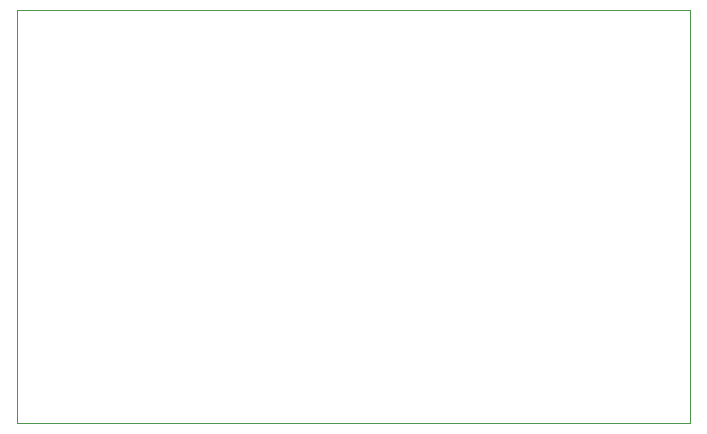
<source format=gbr>
%TF.GenerationSoftware,KiCad,Pcbnew,(5.1.7)-1*%
%TF.CreationDate,2021-01-20T17:17:38-05:00*%
%TF.ProjectId,SYSC4907_REV2,53595343-3439-4303-975f-524556322e6b,rev?*%
%TF.SameCoordinates,Original*%
%TF.FileFunction,Profile,NP*%
%FSLAX46Y46*%
G04 Gerber Fmt 4.6, Leading zero omitted, Abs format (unit mm)*
G04 Created by KiCad (PCBNEW (5.1.7)-1) date 2021-01-20 17:17:38*
%MOMM*%
%LPD*%
G01*
G04 APERTURE LIST*
%TA.AperFunction,Profile*%
%ADD10C,0.050000*%
%TD*%
G04 APERTURE END LIST*
D10*
X107000000Y-105000000D02*
X50000000Y-105000000D01*
X107000000Y-140000000D02*
X107000000Y-105000000D01*
X50000000Y-140000000D02*
X107000000Y-140000000D01*
X50000000Y-105000000D02*
X50000000Y-140000000D01*
M02*

</source>
